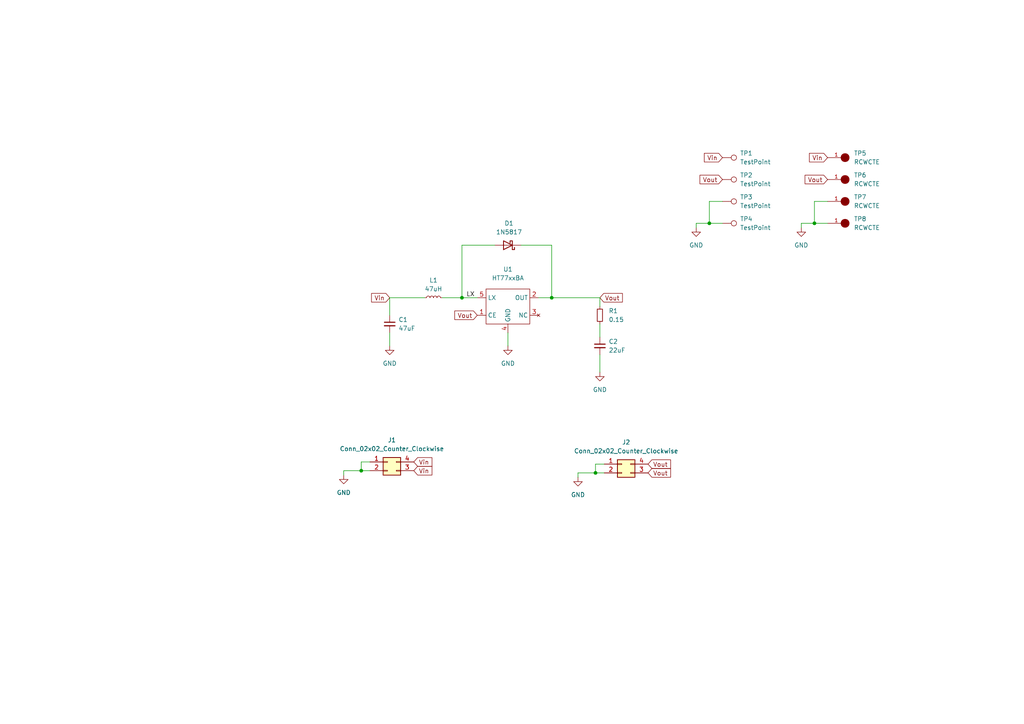
<source format=kicad_sch>
(kicad_sch (version 20211123) (generator eeschema)
  (paper "A4")
  (title_block (title "<<ID>>_<<project_name>>") (date "<<date>>") (rev "<<version>>") (comment 4 "<<hash>>"))
  (lib_symbols
    (symbol "Connector:TestPoint" (pin_numbers hide) (pin_names (offset 0.762) hide)
      (property "Reference" "TP" (at 0 6.858 0))
      (property "Value" "TestPoint" (at 0 5.08 0))
      (symbol "TestPoint_0_1"
        (circle (center 0 3.302) (radius 0.762))
      )
      (symbol "TestPoint_1_1"
        (pin passive line (at 0 0 90) (length 2.54) (name "1") (number "1"))
      )
    )
    (symbol "Connector_Generic:Conn_02x02_Counter_Clockwise" (pin_names (offset 1.016) hide)
      (property "Reference" "J" (at 1.27 2.54 0))
      (property "Value" "Conn_02x02_Counter_Clockwise" (at 1.27 -5.08 0))
      (symbol "Conn_02x02_Counter_Clockwise_1_1"
        (rectangle (start -1.27 -2.413) (end 0 -2.667) (stroke (width 0.1524)))
        (rectangle (start -1.27 0.127) (end 0 -0.127) (stroke (width 0.1524)))
        (rectangle (start -1.27 1.27) (end 3.81 -3.81) (stroke (width 0.254)) (fill (type background)))
        (rectangle (start 3.81 -2.413) (end 2.54 -2.667) (stroke (width 0.1524)))
        (rectangle (start 3.81 0.127) (end 2.54 -0.127) (stroke (width 0.1524)))
        (pin passive line (at -5.08 0 0) (length 3.81) (name "Pin_1") (number "1"))
        (pin passive line (at -5.08 -2.54 0) (length 3.81) (name "Pin_2") (number "2"))
        (pin passive line (at 7.62 -2.54 180) (length 3.81) (name "Pin_3") (number "3"))
        (pin passive line (at 7.62 0 180) (length 3.81) (name "Pin_4") (number "4"))
      )
    )
    (symbol "Converter_DCDC_custom:HT77xxBA"
      (property "Reference" "U" (at 0 8.89 0))
      (property "Value" "HT77xxBA" (at 0 6.35 0))
      (symbol "HT77xxBA_0_1"
        (rectangle (start -6.35 5.08) (end 6.35 -5.08))
      )
      (symbol "HT77xxBA_1_1"
        (pin input line (at -8.89 -2.54 0) (length 2.54) (name "CE") (number "1"))
        (pin power_out line (at 8.89 2.54 180) (length 2.54) (name "OUT") (number "2"))
        (pin no_connect line (at 8.89 -2.54 180) (length 2.54) (name "NC") (number "3"))
        (pin power_in line (at 0 -7.62 90) (length 2.54) (name "GND") (number "4"))
        (pin power_in line (at -8.89 2.54 0) (length 2.54) (name "LX") (number "5"))
      )
    )
    (symbol "Device:C_Small" (pin_numbers hide) (pin_names (offset 0.254) hide)
      (property "Reference" "C" (at 0.254 1.778 0))
      (property "Value" "C_Small" (at 0.254 -2.032 0))
      (symbol "C_Small_0_1"
        (polyline (pts (xy -1.524 -0.508) (xy 1.524 -0.508)) (stroke (width 0.3302)))
        (polyline (pts (xy -1.524 0.508) (xy 1.524 0.508)) (stroke (width 0.3048)))
      )
      (symbol "C_Small_1_1"
        (pin passive line (at 0 2.54 270) (length 2.032) (name "~") (number "1"))
        (pin passive line (at 0 -2.54 90) (length 2.032) (name "~") (number "2"))
      )
    )
    (symbol "Device:D_Schottky" (pin_numbers hide) (pin_names (offset 1.016) hide)
      (property "Reference" "D" (at 0 2.54 0))
      (property "Value" "D_Schottky" (at 0 -2.54 0))
      (symbol "D_Schottky_0_1"
        (polyline (pts (xy 1.27 0) (xy -1.27 0)))
        (polyline (pts (xy 1.27 1.27) (xy 1.27 -1.27) (xy -1.27 0) (xy 1.27 1.27)) (stroke (width 0.254)))
        (polyline (pts (xy -1.905 0.635) (xy -1.905 1.27) (xy -1.27 1.27) (xy -1.27 -1.27) (xy -0.635 -1.27) (xy -0.635 -0.635)) (stroke (width 0.254)))
      )
      (symbol "D_Schottky_1_1"
        (pin passive line (at -3.81 0 0) (length 2.54) (name "K") (number "1"))
        (pin passive line (at 3.81 0 180) (length 2.54) (name "A") (number "2"))
      )
    )
    (symbol "Device:L_Small" (pin_numbers hide) (pin_names (offset 0.254) hide)
      (property "Reference" "L" (at 0.762 1.016 0))
      (property "Value" "L_Small" (at 0.762 -1.016 0))
      (symbol "L_Small_0_1"
        (arc (start 0 -2.032) (mid 0.508 -1.524) (end 0 -1.016))
        (arc (start 0 -1.016) (mid 0.508 -0.508) (end 0 0))
        (arc (start 0 0) (mid 0.508 0.508) (end 0 1.016))
        (arc (start 0 1.016) (mid 0.508 1.524) (end 0 2.032))
      )
      (symbol "L_Small_1_1"
        (pin passive line (at 0 2.54 270) (length 0.508) (name "~") (number "1"))
        (pin passive line (at 0 -2.54 90) (length 0.508) (name "~") (number "2"))
      )
    )
    (symbol "Device:R_Small" (pin_numbers hide) (pin_names (offset 0.254) hide)
      (property "Reference" "R" (at 0.762 0.508 0))
      (property "Value" "R_Small" (at 0.762 -1.016 0))
      (symbol "R_Small_0_1"
        (rectangle (start -0.762 1.778) (end 0.762 -1.778) (stroke (width 0.2032)))
      )
      (symbol "R_Small_1_1"
        (pin passive line (at 0 2.54 270) (length 0.762) (name "~") (number "1"))
        (pin passive line (at 0 -2.54 90) (length 0.762) (name "~") (number "2"))
      )
    )
    (symbol "Snapeda:RCWCTE" (pin_names (offset 1.016))
      (property "Reference" "TP" (at -2.5444 2.5415 0))
      (property "Value" "RCWCTE" (at -2.55 -5.0866 0))
      (symbol "RCWCTE_0_0"
        (circle (center 0 0) (radius 0.635) (stroke (width 1.27)))
        (pin passive line (at -5.08 0 0) (length 5.08) (name "~") (number "1"))
      )
    )
    (symbol "power:GND" (power) (pin_names (offset 0))
      (property "Value" "GND" (at 0 -3.81 0))
      (symbol "GND_0_1"
        (polyline (pts (xy 0 0) (xy 0 -1.27) (xy 1.27 -1.27) (xy 0 -2.54) (xy -1.27 -1.27) (xy 0 -1.27)))
      )
      (symbol "GND_1_1"
        (pin power_in line (at 0 0 270) (length 0) hide (name "GND") (number "1"))
      )
    )
  )
  (junction (at 205.74 64.77))
  (junction (at 236.22 64.77))
  (junction (at 104.775 136.525))
  (junction (at 172.72 137.16))
  (junction (at 160.02 86.36))
  (junction (at 133.985 86.36))
  (wire (pts (xy 133.985 71.12) (xy 133.985 86.36)))
  (wire (pts (xy 156.21 86.36) (xy 160.02 86.36)))
  (wire (pts (xy 167.64 138.43) (xy 167.64 137.16)))
  (wire (pts (xy 113.03 96.52) (xy 113.03 100.33)))
  (wire (pts (xy 143.51 71.12) (xy 133.985 71.12)))
  (wire (pts (xy 232.41 64.77) (xy 236.22 64.77)))
  (wire (pts (xy 173.99 88.9) (xy 173.99 86.36)))
  (wire (pts (xy 107.315 133.985) (xy 104.775 133.985)))
  (wire (pts (xy 201.93 64.77) (xy 205.74 64.77)))
  (wire (pts (xy 205.74 58.42) (xy 205.74 64.77)))
  (wire (pts (xy 147.32 96.52) (xy 147.32 100.33)))
  (wire (pts (xy 160.02 71.12) (xy 151.13 71.12)))
  (wire (pts (xy 133.985 86.36) (xy 138.43 86.36)))
  (wire (pts (xy 172.72 134.62) (xy 172.72 137.16)))
  (wire (pts (xy 205.74 64.77) (xy 209.55 64.77)))
  (wire (pts (xy 236.22 58.42) (xy 236.22 64.77)))
  (wire (pts (xy 240.03 58.42) (xy 236.22 58.42)))
  (wire (pts (xy 173.99 102.87) (xy 173.99 107.95)))
  (wire (pts (xy 160.02 86.36) (xy 173.99 86.36)))
  (wire (pts (xy 104.775 133.985) (xy 104.775 136.525)))
  (wire (pts (xy 123.19 86.36) (xy 113.03 86.36)))
  (wire (pts (xy 209.55 58.42) (xy 205.74 58.42)))
  (wire (pts (xy 128.27 86.36) (xy 133.985 86.36)))
  (wire (pts (xy 236.22 64.77) (xy 240.03 64.77)))
  (wire (pts (xy 201.93 66.04) (xy 201.93 64.77)))
  (wire (pts (xy 173.99 93.98) (xy 173.99 97.79)))
  (wire (pts (xy 175.26 134.62) (xy 172.72 134.62)))
  (wire (pts (xy 167.64 137.16) (xy 172.72 137.16)))
  (wire (pts (xy 160.02 86.36) (xy 160.02 71.12)))
  (wire (pts (xy 99.695 136.525) (xy 104.775 136.525)))
  (wire (pts (xy 172.72 137.16) (xy 175.26 137.16)))
  (wire (pts (xy 113.03 86.36) (xy 113.03 91.44)))
  (wire (pts (xy 232.41 66.04) (xy 232.41 64.77)))
  (wire (pts (xy 99.695 137.795) (xy 99.695 136.525)))
  (wire (pts (xy 104.775 136.525) (xy 107.315 136.525)))
  (label "LX" (at 135.255 86.36 0))
  (global_label "Vout" (shape input) (at 187.96 134.62 0) (property "Referenzen zwischen Schaltplänen" "${INTERSHEET_REFS}" (effects hide)))
  (global_label "Vin" (shape input) (at 120.015 133.985 0) (property "Referenzen zwischen Schaltplänen" "${INTERSHEET_REFS}" (effects hide)))
  (global_label "Vin" (shape input) (at 120.015 136.525 0) (property "Referenzen zwischen Schaltplänen" "${INTERSHEET_REFS}" (effects hide)))
  (global_label "Vout" (shape input) (at 173.99 86.36 0) (property "Referenzen zwischen Schaltplänen" "${INTERSHEET_REFS}" (effects hide)))
  (global_label "Vin" (shape input) (at 113.03 86.36 180) (property "Referenzen zwischen Schaltplänen" "${INTERSHEET_REFS}" (effects hide)))
  (global_label "Vout" (shape input) (at 187.96 137.16 0) (property "Referenzen zwischen Schaltplänen" "${INTERSHEET_REFS}" (effects hide)))
  (global_label "Vin" (shape input) (at 209.55 45.72 180) (property "Referenzen zwischen Schaltplänen" "${INTERSHEET_REFS}" (effects hide)))
  (global_label "Vout" (shape input) (at 240.03 52.07 180) (property "Referenzen zwischen Schaltplänen" "${INTERSHEET_REFS}" (effects hide)))
  (global_label "Vout" (shape input) (at 138.43 91.44 180) (property "Referenzen zwischen Schaltplänen" "${INTERSHEET_REFS}" (effects hide)))
  (global_label "Vout" (shape input) (at 209.55 52.07 180) (property "Referenzen zwischen Schaltplänen" "${INTERSHEET_REFS}" (effects hide)))
  (global_label "Vin" (shape input) (at 240.03 45.72 180) (property "Referenzen zwischen Schaltplänen" "${INTERSHEET_REFS}" (effects hide)))
  (symbol (lib_id "Converter_DCDC_custom:HT77xxBA") (at 147.32 88.9 0) (unit 1)
    (property "Reference" "U1" (at 147.32 78.105 0))
    (property "Value" "HT77xxBA" (at 147.32 80.645 0))
    (property "Footprint" "Package_TO_SOT_SMD:SOT-23-5" (effects hide))
  )
  (symbol (lib_id "power:GND") (at 147.32 100.33 0) (unit 1)
    (property "Reference" "#PWR0102" (effects hide))
    (property "Value" "GND" (at 147.32 105.41 0))
  )
  (symbol (lib_id "power:GND") (at 167.64 138.43 0) (unit 1)
    (property "Reference" "#PWR0104" (effects hide))
    (property "Value" "GND" (at 167.64 143.51 0))
  )
  (symbol (lib_id "Connector:TestPoint") (at 209.55 64.77 270) (unit 1)
    (property "Reference" "TP4" (at 214.63 63.4999 90) (effects (justify left)))
    (property "Value" "TestPoint" (at 214.63 66.0399 90) (effects (justify left)))
    (property "Footprint" "TestPoint:TestPoint_Pad_D3.0mm" (effects hide))
  )
  (symbol (lib_id "Snapeda:RCWCTE") (at 245.11 52.07 0) (unit 1)
    (property "Reference" "TP6" (at 247.65 50.7999 0) (effects (justify left)))
    (property "Value" "RCWCTE" (at 247.65 53.3399 0) (effects (justify left)))
    (property "Footprint" "Snapeda:RCWCTE_TP420X150" (effects hide))
    (property "PARTREV" "1/06/14" (effects hide))
    (property "SNAPEDA_PN" "RCWCTE" (effects hide))
    (property "MANUFACTURER" "KOA Speer" (effects hide))
    (property "MAXIMUM_PACKAGE_HEIGHT" "2 mm" (effects hide))
    (property "STANDARD" "Manufacturer Recommendations" (effects hide))
  )
  (symbol (lib_id "Connector_Generic:Conn_02x02_Counter_Clockwise") (at 180.34 134.62 0) (unit 1)
    (property "Reference" "J2" (at 181.61 128.27 0))
    (property "Value" "Conn_02x02_Counter_Clockwise" (at 181.61 130.81 0))
    (property "Footprint" "Connector_PinHeader_2.54mm:PinHeader_2x02_P2.54mm_Vertical" (effects hide))
  )
  (symbol (lib_id "power:GND") (at 201.93 66.04 0) (unit 1)
    (property "Reference" "#PWR0106" (effects hide))
    (property "Value" "GND" (at 201.93 71.12 0))
  )
  (symbol (lib_id "Connector:TestPoint") (at 209.55 58.42 270) (unit 1)
    (property "Reference" "TP3" (at 214.63 57.1499 90) (effects (justify left)))
    (property "Value" "TestPoint" (at 214.63 59.6899 90) (effects (justify left)))
    (property "Footprint" "TestPoint:TestPoint_Pad_D3.0mm" (effects hide))
  )
  (symbol (lib_id "power:GND") (at 173.99 107.95 0) (unit 1)
    (property "Reference" "#PWR0103" (effects hide))
    (property "Value" "GND" (at 173.99 113.03 0))
  )
  (symbol (lib_id "Snapeda:RCWCTE") (at 245.11 64.77 0) (unit 1)
    (property "Reference" "TP8" (at 247.65 63.4999 0) (effects (justify left)))
    (property "Value" "RCWCTE" (at 247.65 66.0399 0) (effects (justify left)))
    (property "Footprint" "Snapeda:RCWCTE_TP420X150" (effects hide))
    (property "PARTREV" "1/06/14" (effects hide))
    (property "SNAPEDA_PN" "RCWCTE" (effects hide))
    (property "MANUFACTURER" "KOA Speer" (effects hide))
    (property "MAXIMUM_PACKAGE_HEIGHT" "2 mm" (effects hide))
    (property "STANDARD" "Manufacturer Recommendations" (effects hide))
  )
  (symbol (lib_id "Snapeda:RCWCTE") (at 245.11 45.72 0) (unit 1)
    (property "Reference" "TP5" (at 247.65 44.4499 0) (effects (justify left)))
    (property "Value" "RCWCTE" (at 247.65 46.9899 0) (effects (justify left)))
    (property "Footprint" "Snapeda:RCWCTE_TP420X150" (effects hide))
    (property "PARTREV" "1/06/14" (effects hide))
    (property "SNAPEDA_PN" "RCWCTE" (effects hide))
    (property "MANUFACTURER" "KOA Speer" (effects hide))
    (property "MAXIMUM_PACKAGE_HEIGHT" "2 mm" (effects hide))
    (property "STANDARD" "Manufacturer Recommendations" (effects hide))
  )
  (symbol (lib_id "power:GND") (at 99.695 137.795 0) (unit 1)
    (property "Reference" "#PWR0107" (effects hide))
    (property "Value" "GND" (at 99.695 142.875 0))
  )
  (symbol (lib_id "power:GND") (at 232.41 66.04 0) (unit 1)
    (property "Reference" "#PWR0105" (effects hide))
    (property "Value" "GND" (at 232.41 71.12 0))
  )
  (symbol (lib_id "power:GND") (at 113.03 100.33 0) (unit 1)
    (property "Reference" "#PWR0101" (effects hide))
    (property "Value" "GND" (at 113.03 105.41 0))
  )
  (symbol (lib_id "Device:R_Small") (at 173.99 91.44 0) (unit 1)
    (property "Reference" "R1" (at 176.53 90.1699 0) (effects (justify left)))
    (property "Value" "0.15" (at 176.53 92.7099 0) (effects (justify left)))
    (property "Footprint" "Resistor_SMD:R_0805_2012Metric" (effects hide))
  )
  (symbol (lib_id "Device:C_Small") (at 113.03 93.98 0) (unit 1)
    (property "Reference" "C1" (at 115.57 92.7162 0) (effects (justify left)))
    (property "Value" "47uF" (at 115.57 95.2562 0) (effects (justify left)))
    (property "Footprint" "Capacitor_SMD:C_0805_2012Metric" (effects hide))
  )
  (symbol (lib_id "Device:D_Schottky") (at 147.32 71.12 180) (unit 1)
    (property "Reference" "D1" (at 147.6375 64.77 0))
    (property "Value" "1N5817" (at 147.6375 67.31 0))
    (property "Footprint" "Diode_THT:D_T-1_P10.16mm_Horizontal" (effects hide))
  )
  (symbol (lib_id "Snapeda:RCWCTE") (at 245.11 58.42 0) (unit 1)
    (property "Reference" "TP7" (at 247.65 57.1499 0) (effects (justify left)))
    (property "Value" "RCWCTE" (at 247.65 59.6899 0) (effects (justify left)))
    (property "Footprint" "Snapeda:RCWCTE_TP420X150" (effects hide))
    (property "PARTREV" "1/06/14" (effects hide))
    (property "SNAPEDA_PN" "RCWCTE" (effects hide))
    (property "MANUFACTURER" "KOA Speer" (effects hide))
    (property "MAXIMUM_PACKAGE_HEIGHT" "2 mm" (effects hide))
    (property "STANDARD" "Manufacturer Recommendations" (effects hide))
  )
  (symbol (lib_id "Connector_Generic:Conn_02x02_Counter_Clockwise") (at 112.395 133.985 0) (unit 1)
    (property "Reference" "J1" (at 113.665 127.635 0))
    (property "Value" "Conn_02x02_Counter_Clockwise" (at 113.665 130.175 0))
    (property "Footprint" "Connector_PinHeader_2.54mm:PinHeader_2x02_P2.54mm_Vertical" (effects hide))
  )
  (symbol (lib_id "Device:C_Small") (at 173.99 100.33 0) (unit 1)
    (property "Reference" "C2" (at 176.53 99.0662 0) (effects (justify left)))
    (property "Value" "22uF" (at 176.53 101.6062 0) (effects (justify left)))
    (property "Footprint" "Capacitor_SMD:C_0805_2012Metric" (effects hide))
  )
  (symbol (lib_id "Connector:TestPoint") (at 209.55 45.72 270) (unit 1)
    (property "Reference" "TP1" (at 214.63 44.4499 90) (effects (justify left)))
    (property "Value" "TestPoint" (at 214.63 46.9899 90) (effects (justify left)))
    (property "Footprint" "TestPoint:TestPoint_Pad_D3.0mm" (effects hide))
  )
  (symbol (lib_id "Device:L_Small") (at 125.73 86.36 90) (unit 1)
    (property "Reference" "L1" (at 125.73 81.28 90))
    (property "Value" "47uH" (at 125.73 83.82 90))
    (property "Footprint" "Inductor_SMD:L_Vishay_IFSC-1515AH_4x4x1.8mm" (effects hide))
  )
  (symbol (lib_id "Connector:TestPoint") (at 209.55 52.07 270) (unit 1)
    (property "Reference" "TP2" (at 214.63 50.7999 90) (effects (justify left)))
    (property "Value" "TestPoint" (at 214.63 53.3399 90) (effects (justify left)))
    (property "Footprint" "TestPoint:TestPoint_Pad_D3.0mm" (effects hide))
  )
)
</source>
